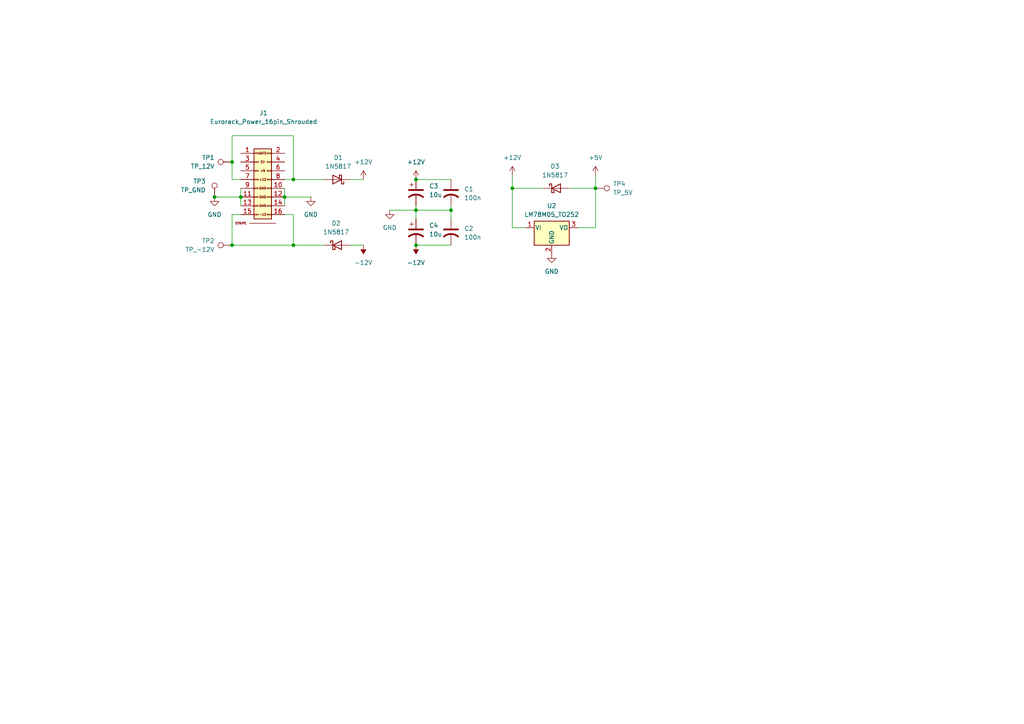
<source format=kicad_sch>
(kicad_sch (version 20250114) (generator "eeschema") (generator_version "9.0")
  (paper "A4")
  (lib_symbols
    (symbol "Connector:TestPoint" (pin_numbers (hide yes)) (pin_names (offset 0.762) (hide yes))
      (property "Reference" "TP" (at 0 6.858 0))
      (property "Value" "TestPoint" (at 0 5.08 0))
      (symbol "TestPoint_0_1"
        (circle (center 0 3.302) (radius 0.762))
      )
      (symbol "TestPoint_1_1"
        (pin passive line (at 0 0 90) (length 2.54) (name "1") (number "1"))
      )
    )
    (symbol "Device:C_Polarized_US" (pin_numbers (hide yes)) (pin_names (offset 0.254) (hide yes))
      (property "Reference" "C" (at 0.635 2.54 0))
      (property "Value" "C_Polarized_US" (at 0.635 -2.54 0))
      (symbol "C_Polarized_US_0_1"
        (polyline (pts (xy -2.032 0.762) (xy 2.032 0.762)) (stroke (width 0.508)))
        (polyline (pts (xy -1.778 2.286) (xy -0.762 2.286)))
        (polyline (pts (xy -1.27 1.778) (xy -1.27 2.794)))
        (arc (start -2.032 -1.27) (mid 0 -0.5572) (end 2.032 -1.27) (stroke (width 0.508)))
      )
      (symbol "C_Polarized_US_1_1"
        (pin passive line (at 0 3.81 270) (length 2.794) (name "~") (number "1"))
        (pin passive line (at 0 -3.81 90) (length 3.302) (name "~") (number "2"))
      )
    )
    (symbol "Device:C_US" (pin_numbers (hide yes)) (pin_names (offset 0.254) (hide yes))
      (property "Reference" "C" (at 0.635 2.54 0))
      (property "Value" "C_US" (at 0.635 -2.54 0))
      (symbol "C_US_0_1"
        (polyline (pts (xy -2.032 0.762) (xy 2.032 0.762)) (stroke (width 0.508)))
        (arc (start -2.032 -1.27) (mid 0 -0.5572) (end 2.032 -1.27) (stroke (width 0.508)))
      )
      (symbol "C_US_1_1"
        (pin passive line (at 0 3.81 270) (length 2.794) (name "~") (number "1"))
        (pin passive line (at 0 -3.81 90) (length 3.302) (name "~") (number "2"))
      )
    )
    (symbol "Diode:1N5817" (pin_numbers (hide yes)) (pin_names (offset 1.016) (hide yes))
      (property "Reference" "D" (at 0 2.54 0))
      (property "Value" "1N5817" (at 0 -2.54 0))
      (symbol "1N5817_0_1"
        (polyline (pts (xy -1.905 0.635) (xy -1.905 1.27) (xy -1.27 1.27) (xy -1.27 -1.27) (xy -0.635 -1.27) (xy -0.635 -0.635)) (stroke (width 0.254)))
        (polyline (pts (xy 1.27 1.27) (xy 1.27 -1.27) (xy -1.27 0) (xy 1.27 1.27)) (stroke (width 0.254)))
        (polyline (pts (xy 1.27 0) (xy -1.27 0)))
      )
      (symbol "1N5817_1_1"
        (pin passive line (at -3.81 0 0) (length 2.54) (name "K") (number "1"))
        (pin passive line (at 3.81 0 180) (length 2.54) (name "A") (number "2"))
      )
    )
    (symbol "PCM_4ms_Connector:Eurorack_Power_16pin_Shrouded" (pin_names (offset 0.0254) (hide yes))
      (property "Reference" "J" (at 0 11.43 0))
      (property "Value" "Eurorack_Power_16pin_Shrouded" (at 0 13.97 0))
      (symbol "Eurorack_Power_16pin_Shrouded_0_0"
        (text "STRIPE" (at -6.35 -11.43 0) (effects (font (size 0.635 0.635))))
        (text "GATE" (at 0 8.89 0) (effects (font (size 0.635 0.635))))
        (text "CV" (at 0 6.35 0) (effects (font (size 0.635 0.635))))
        (text "+5" (at 0 3.81 0) (effects (font (size 0.635 0.635))))
        (text "+12" (at 0 1.27 0) (effects (font (size 0.635 0.635))))
        (text "GND" (at 0 -1.27 0) (effects (font (size 0.635 0.635))))
        (text "GND" (at 0 -3.81 0) (effects (font (size 0.635 0.635))))
        (text "GND" (at 0 -6.35 0) (effects (font (size 0.635 0.635))))
        (text "-12" (at 0 -8.89 0) (effects (font (size 0.635 0.635))))
      )
      (symbol "Eurorack_Power_16pin_Shrouded_0_1"
        (polyline (pts (xy -3.81 -11.43) (xy 3.81 -11.43) (xy 1.27 -11.43)))
        (rectangle (start -2.54 10.16) (end 2.54 -10.16) (stroke (width 0.254)) (fill (type background)))
        (rectangle (start -2.54 9.017) (end -1.27 8.763))
        (rectangle (start -2.54 6.477) (end -1.27 6.223))
        (rectangle (start -2.54 3.937) (end -1.27 3.683))
        (rectangle (start -2.54 1.397) (end -1.27 1.143))
        (rectangle (start -2.54 -1.143) (end -1.27 -1.397))
        (rectangle (start -2.54 -3.683) (end -1.27 -3.937))
        (rectangle (start -2.54 -6.223) (end -1.27 -6.477))
        (rectangle (start -2.54 -8.763) (end -1.27 -9.017))
        (rectangle (start 1.27 9.017) (end 2.54 8.763))
        (rectangle (start 1.27 6.477) (end 2.54 6.223))
        (rectangle (start 1.27 3.937) (end 2.54 3.683))
        (rectangle (start 1.27 1.397) (end 2.54 1.143))
        (rectangle (start 1.27 -1.143) (end 2.54 -1.397))
        (rectangle (start 1.27 -3.683) (end 2.54 -3.937))
        (rectangle (start 1.27 -6.223) (end 2.54 -6.477))
        (rectangle (start 1.27 -8.763) (end 2.54 -9.017))
      )
      (symbol "Eurorack_Power_16pin_Shrouded_1_1"
        (pin passive line (at -6.35 8.89 0) (length 3.81) (name "P1") (number "1"))
        (pin passive line (at -6.35 6.35 0) (length 3.81) (name "P3") (number "3"))
        (pin passive line (at -6.35 3.81 0) (length 3.81) (name "+12V") (number "5"))
        (pin passive line (at -6.35 1.27 0) (length 3.81) (name "12V") (number "7"))
        (pin passive line (at -6.35 -1.27 0) (length 3.81) (name "GND") (number "9"))
        (pin passive line (at -6.35 -3.81 0) (length 3.81) (name "GND") (number "11"))
        (pin passive line (at -6.35 -6.35 0) (length 3.81) (name "-12") (number "13"))
        (pin passive line (at -6.35 -8.89 0) (length 3.81) (name "-12V") (number "15"))
        (pin passive line (at 6.35 8.89 180) (length 3.81) (name "P2") (number "2"))
        (pin passive line (at 6.35 6.35 180) (length 3.81) (name "P4") (number "4"))
        (pin passive line (at 6.35 3.81 180) (length 3.81) (name "P6") (number "6"))
        (pin passive line (at 6.35 1.27 180) (length 3.81) (name "+12V") (number "8"))
        (pin passive line (at 6.35 -1.27 180) (length 3.81) (name "GND") (number "10"))
        (pin passive line (at 6.35 -3.81 180) (length 3.81) (name "GND") (number "12"))
        (pin passive line (at 6.35 -6.35 180) (length 3.81) (name "-12V") (number "14"))
        (pin passive line (at 6.35 -8.89 180) (length 3.81) (name "P16") (number "16"))
      )
    )
    (symbol "Regulator_Linear:LM78M05_TO252" (pin_names (offset 0.254))
      (property "Reference" "U" (at -3.81 3.175 0))
      (property "Value" "LM78M05_TO252" (at 0 3.175 0))
      (symbol "LM78M05_TO252_0_1"
        (rectangle (start -5.08 1.905) (end 5.08 -5.08) (stroke (width 0.254)) (fill (type background)))
      )
      (symbol "LM78M05_TO252_1_1"
        (pin power_in line (at -7.62 0 0) (length 2.54) (name "VI") (number "1"))
        (pin power_in line (at 0 -7.62 90) (length 2.54) (name "GND") (number "2"))
        (pin power_out line (at 7.62 0 180) (length 2.54) (name "VO") (number "3"))
      )
    )
    (symbol "power:+12V" (power) (pin_numbers (hide yes)) (pin_names (offset 0) (hide yes))
      (property "Value" "+12V" (at 0 3.556 0))
      (symbol "+12V_0_1"
        (polyline (pts (xy -0.762 1.27) (xy 0 2.54)))
        (polyline (pts (xy 0 2.54) (xy 0.762 1.27)))
        (polyline (pts (xy 0 0) (xy 0 2.54)))
      )
      (symbol "+12V_1_1"
        (pin power_in line (at 0 0 90) (length 0) (name "~") (number "1"))
      )
    )
    (symbol "power:+5V" (power) (pin_numbers (hide yes)) (pin_names (offset 0) (hide yes))
      (property "Value" "+5V" (at 0 3.556 0))
      (symbol "+5V_0_1"
        (polyline (pts (xy -0.762 1.27) (xy 0 2.54)))
        (polyline (pts (xy 0 2.54) (xy 0.762 1.27)))
        (polyline (pts (xy 0 0) (xy 0 2.54)))
      )
      (symbol "+5V_1_1"
        (pin power_in line (at 0 0 90) (length 0) (name "~") (number "1"))
      )
    )
    (symbol "power:-12V" (power) (pin_numbers (hide yes)) (pin_names (offset 0) (hide yes))
      (property "Value" "-12V" (at 0 3.556 0))
      (symbol "-12V_0_0"
        (pin power_in line (at 0 0 90) (length 0) (name "~") (number "1"))
      )
      (symbol "-12V_0_1"
        (polyline (pts (xy 0 0) (xy 0 1.27) (xy 0.762 1.27) (xy 0 2.54) (xy -0.762 1.27) (xy 0 1.27)) (fill (type outline)))
      )
    )
    (symbol "power:GND" (power) (pin_numbers (hide yes)) (pin_names (offset 0) (hide yes))
      (property "Value" "GND" (at 0 -3.81 0))
      (symbol "GND_0_1"
        (polyline (pts (xy 0 0) (xy 0 -1.27) (xy 1.27 -1.27) (xy 0 -2.54) (xy -1.27 -1.27) (xy 0 -1.27)))
      )
      (symbol "GND_1_1"
        (pin power_in line (at 0 0 270) (length 0) (name "~") (number "1"))
      )
    )
  )
  (junction (at 130.81 60.96))
  (junction (at 85.09 52.07))
  (junction (at 120.65 52.07))
  (junction (at 82.55 57.15))
  (junction (at 120.65 71.12))
  (junction (at 85.09 71.12))
  (junction (at 67.31 46.99))
  (junction (at 67.31 71.12))
  (junction (at 69.85 57.15))
  (junction (at 148.59 54.61))
  (junction (at 62.23 57.15))
  (junction (at 120.65 60.96))
  (junction (at 172.72 54.61))
  (wire (pts (xy 130.81 60.96) (xy 130.81 63.5)))
  (wire (pts (xy 69.85 54.61) (xy 69.85 57.15)))
  (wire (pts (xy 82.55 54.61) (xy 82.55 57.15)))
  (wire (pts (xy 120.65 52.07) (xy 130.81 52.07)))
  (wire (pts (xy 82.55 57.15) (xy 82.55 59.69)))
  (wire (pts (xy 120.65 60.96) (xy 120.65 63.5)))
  (wire (pts (xy 172.72 54.61) (xy 172.72 50.8)))
  (wire (pts (xy 148.59 66.04) (xy 152.4 66.04)))
  (wire (pts (xy 69.85 57.15) (xy 69.85 59.69)))
  (wire (pts (xy 165.1 54.61) (xy 172.72 54.61)))
  (wire (pts (xy 67.31 52.07) (xy 69.85 52.07)))
  (wire (pts (xy 85.09 62.23) (xy 82.55 62.23)))
  (wire (pts (xy 148.59 50.8) (xy 148.59 54.61)))
  (wire (pts (xy 85.09 71.12) (xy 93.98 71.12)))
  (wire (pts (xy 85.09 71.12) (xy 85.09 62.23)))
  (wire (pts (xy 101.6 71.12) (xy 105.41 71.12)))
  (wire (pts (xy 62.23 57.15) (xy 69.85 57.15)))
  (wire (pts (xy 67.31 62.23) (xy 69.85 62.23)))
  (wire (pts (xy 101.6 52.07) (xy 105.41 52.07)))
  (wire (pts (xy 85.09 52.07) (xy 93.98 52.07)))
  (wire (pts (xy 82.55 57.15) (xy 90.17 57.15)))
  (wire (pts (xy 148.59 54.61) (xy 157.48 54.61)))
  (wire (pts (xy 172.72 66.04) (xy 172.72 54.61)))
  (wire (pts (xy 67.31 71.12) (xy 67.31 62.23)))
  (wire (pts (xy 85.09 52.07) (xy 82.55 52.07)))
  (wire (pts (xy 67.31 52.07) (xy 67.31 46.99)))
  (wire (pts (xy 67.31 71.12) (xy 85.09 71.12)))
  (wire (pts (xy 167.64 66.04) (xy 172.72 66.04)))
  (wire (pts (xy 67.31 39.37) (xy 85.09 39.37)))
  (wire (pts (xy 120.65 71.12) (xy 130.81 71.12)))
  (wire (pts (xy 148.59 54.61) (xy 148.59 66.04)))
  (wire (pts (xy 113.03 60.96) (xy 120.65 60.96)))
  (wire (pts (xy 120.65 59.69) (xy 120.65 60.96)))
  (wire (pts (xy 85.09 39.37) (xy 85.09 52.07)))
  (wire (pts (xy 130.81 59.69) (xy 130.81 60.96)))
  (wire (pts (xy 120.65 60.96) (xy 130.81 60.96)))
  (wire (pts (xy 67.31 46.99) (xy 67.31 39.37)))
  (symbol (lib_id "Device:C_Polarized_US") (at 120.65 55.88 0) (unit 1)
    (property "Reference" "C3" (at 124.46 53.9749 0) (effects (justify left)))
    (property "Value" "10u" (at 124.46 56.5149 0) (effects (justify left)))
    (property "Description" "Polarized capacitor, US symbol" (effects (hide yes)))
  )
  (symbol (lib_id "power:+12V") (at 120.65 52.07 0) (unit 1)
    (property "Reference" "#PWR016" (effects (hide yes)))
    (property "Value" "+12V" (at 120.65 46.99 0))
    (property "Description" "Power symbol creates a global label with name \"+12V\"" (effects (hide yes)))
  )
  (symbol (lib_id "power:+5V") (at 172.72 50.8 0) (unit 1)
    (property "Reference" "#PWR012" (effects (hide yes)))
    (property "Value" "+5V" (at 172.72 45.72 0))
    (property "Description" "Power symbol creates a global label with name \"+5V\"" (effects (hide yes)))
  )
  (symbol (lib_id "power:-12V") (at 120.65 71.12 180) (unit 1)
    (property "Reference" "#PWR019" (effects (hide yes)))
    (property "Value" "-12V" (at 120.65 76.2 0))
    (property "Description" "Power symbol creates a global label with name \"-12V\"" (effects (hide yes)))
  )
  (symbol (lib_id "power:-12V") (at 105.41 71.12 180) (unit 1)
    (property "Reference" "#PWR018" (effects (hide yes)))
    (property "Value" "-12V" (at 105.41 76.2 0))
    (property "Description" "Power symbol creates a global label with name \"-12V\"" (effects (hide yes)))
  )
  (symbol (lib_id "Diode:1N5817") (at 97.79 71.12 0) (unit 1)
    (property "Reference" "D2" (at 97.4725 64.77 0))
    (property "Value" "1N5817" (at 97.4725 67.31 0))
    (property "Footprint" "Diode_THT:D_DO-41_SOD81_P10.16mm_Horizontal" (effects (hide yes)))
    (property "Datasheet" "http://www.vishay.com/docs/88525/1n5817.pdf" (effects (hide yes)))
    (property "Description" "20V 1A Schottky Barrier Rectifier Diode, DO-41" (effects (hide yes)))
  )
  (symbol (lib_id "Device:C_US") (at 130.81 55.88 0) (unit 1)
    (property "Reference" "C1" (at 134.62 54.8639 0) (effects (justify left)))
    (property "Value" "100n" (at 134.62 57.4039 0) (effects (justify left)))
    (property "Description" "capacitor, US symbol" (effects (hide yes)))
  )
  (symbol (lib_id "PCM_4ms_Connector:Eurorack_Power_16pin_Shrouded") (at 76.2 53.34 0) (unit 1)
    (property "Reference" "J1" (at 76.454 32.766 0))
    (property "Value" "Eurorack_Power_16pin_Shrouded" (at 76.454 35.306 0))
    (property "Footprint" "4ms_Connector:Pins_2x08_2.54mm_TH_EuroPower_Shrouded" (effects (hide yes)))
    (property "Description" "Header, Male Pins, 2*8, spacing 2.54mm, straight pin, shrouded and keyed" (effects (hide yes)))
    (property "Specifications" "Header, Male Pins, 2*8, spacing 2.54mm, straight pin, shrouded and keyed" (effects (hide yes)))
    (property "Manufacturer" "Cixi LanLing" (effects (hide yes)))
    (property "Part Number" "LL1007-1 (2*8 HITEMP)" (effects (hide yes)))
  )
  (symbol (lib_id "Regulator_Linear:LM78M05_TO252") (at 160.02 66.04 0) (unit 1)
    (property "Reference" "U2" (at 160.02 59.69 0))
    (property "Value" "LM78M05_TO252" (at 160.02 62.23 0))
    (property "Footprint" "Package_TO_SOT_SMD:TO-252-2" (effects (hide yes)))
    (property "Datasheet" "https://www.onsemi.com/pub/Collateral/MC78M00-D.PDF" (effects (hide yes)))
    (property "Description" "Positive 500mA 35V Linear Regulator, Fixed Output 5V, TO-252 (D-PAK)" (effects (hide yes)))
  )
  (symbol (lib_id "Connector:TestPoint") (at 67.31 46.99 90) (unit 1)
    (property "Reference" "TP1" (at 62.23 45.7199 90) (effects (justify left)))
    (property "Value" "TP_12V" (at 62.23 48.2599 90) (effects (justify left)))
    (property "Footprint" "TestPoint:TestPoint_Pad_D1.0mm" (effects (hide yes)))
    (property "Description" "test point" (effects (hide yes)))
  )
  (symbol (lib_id "Connector:TestPoint") (at 62.23 57.15 0) (unit 1)
    (property "Reference" "TP3" (at 59.69 52.5779 0) (effects (justify right)))
    (property "Value" "TP_GND" (at 59.69 55.1179 0) (effects (justify right)))
    (property "Footprint" "TestPoint:TestPoint_Pad_D1.0mm" (effects (hide yes)))
    (property "Description" "test point" (effects (hide yes)))
  )
  (symbol (lib_id "power:GND") (at 113.03 60.96 0) (unit 1)
    (property "Reference" "#PWR017" (effects (hide yes)))
    (property "Value" "GND" (at 113.03 66.04 0))
    (property "Description" "Power symbol creates a global label with name \"GND\" , ground" (effects (hide yes)))
  )
  (symbol (lib_id "power:GND") (at 62.23 57.15 0) (unit 1)
    (property "Reference" "#PWR014" (effects (hide yes)))
    (property "Value" "GND" (at 62.23 62.23 0))
    (property "Description" "Power symbol creates a global label with name \"GND\" , ground" (effects (hide yes)))
  )
  (symbol (lib_id "power:GND") (at 160.02 73.66 0) (unit 1)
    (property "Reference" "#PWR021" (effects (hide yes)))
    (property "Value" "GND" (at 160.02 78.74 0))
    (property "Description" "Power symbol creates a global label with name \"GND\" , ground" (effects (hide yes)))
  )
  (symbol (lib_id "power:+12V") (at 105.41 52.07 0) (unit 1)
    (property "Reference" "#PWR015" (effects (hide yes)))
    (property "Value" "+12V" (at 105.41 46.99 0))
    (property "Description" "Power symbol creates a global label with name \"+12V\"" (effects (hide yes)))
  )
  (symbol (lib_id "Diode:1N5817") (at 161.29 54.61 0) (unit 1)
    (property "Reference" "D3" (at 160.9725 48.26 0))
    (property "Value" "1N5817" (at 160.9725 50.8 0))
    (property "Footprint" "Diode_THT:D_DO-41_SOD81_P10.16mm_Horizontal" (effects (hide yes)))
    (property "Datasheet" "http://www.vishay.com/docs/88525/1n5817.pdf" (effects (hide yes)))
    (property "Description" "20V 1A Schottky Barrier Rectifier Diode, DO-41" (effects (hide yes)))
  )
  (symbol (lib_id "Diode:1N5817") (at 97.79 52.07 180) (unit 1)
    (property "Reference" "D1" (at 98.1075 45.72 0))
    (property "Value" "1N5817" (at 98.1075 48.26 0))
    (property "Footprint" "Diode_THT:D_DO-41_SOD81_P10.16mm_Horizontal" (effects (hide yes)))
    (property "Datasheet" "http://www.vishay.com/docs/88525/1n5817.pdf" (effects (hide yes)))
    (property "Description" "20V 1A Schottky Barrier Rectifier Diode, DO-41" (effects (hide yes)))
  )
  (symbol (lib_id "Device:C_US") (at 130.81 67.31 0) (unit 1)
    (property "Reference" "C2" (at 134.62 66.2939 0) (effects (justify left)))
    (property "Value" "100n" (at 134.62 68.8339 0) (effects (justify left)))
    (property "Description" "capacitor, US symbol" (effects (hide yes)))
  )
  (symbol (lib_id "Device:C_Polarized_US") (at 120.65 67.31 0) (unit 1)
    (property "Reference" "C4" (at 124.46 65.4049 0) (effects (justify left)))
    (property "Value" "10u" (at 124.46 67.9449 0) (effects (justify left)))
    (property "Description" "Polarized capacitor, US symbol" (effects (hide yes)))
  )
  (symbol (lib_id "Connector:TestPoint") (at 67.31 71.12 90) (unit 1)
    (property "Reference" "TP2" (at 62.23 69.8499 90) (effects (justify left)))
    (property "Value" "TP_-12V" (at 62.23 72.3899 90) (effects (justify left)))
    (property "Footprint" "TestPoint:TestPoint_Pad_D1.0mm" (effects (hide yes)))
    (property "Description" "test point" (effects (hide yes)))
  )
  (symbol (lib_id "power:+12V") (at 148.59 50.8 0) (unit 1)
    (property "Reference" "#PWR020" (effects (hide yes)))
    (property "Value" "+12V" (at 148.59 45.72 0))
    (property "Description" "Power symbol creates a global label with name \"+12V\"" (effects (hide yes)))
  )
  (symbol (lib_id "Connector:TestPoint") (at 172.72 54.61 270) (unit 1)
    (property "Reference" "TP4" (at 177.8 53.3399 90) (effects (justify left)))
    (property "Value" "TP_5V" (at 177.8 55.8799 90) (effects (justify left)))
    (property "Footprint" "TestPoint:TestPoint_Pad_D1.0mm" (effects (hide yes)))
    (property "Description" "test point" (effects (hide yes)))
  )
  (symbol (lib_id "power:GND") (at 90.17 57.15 0) (unit 1)
    (property "Reference" "#PWR013" (effects (hide yes)))
    (property "Value" "GND" (at 90.17 62.23 0))
    (property "Description" "Power symbol creates a global label with name \"GND\" , ground" (effects (hide yes)))
  )
)
</source>
